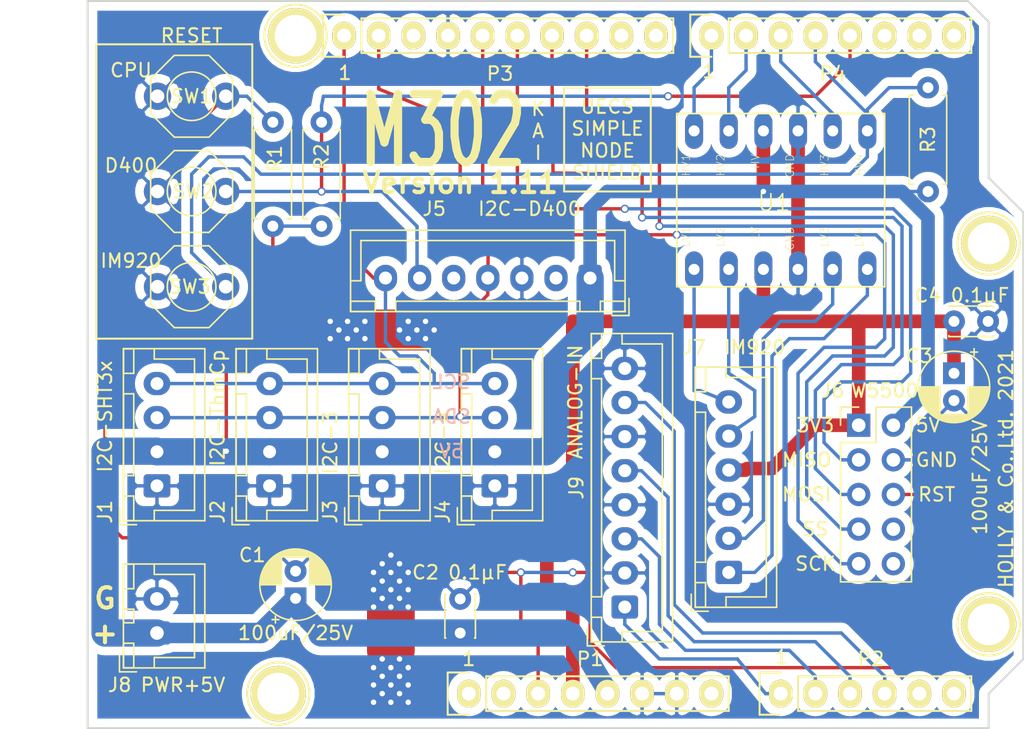
<source format=kicad_pcb>
(kicad_pcb (version 20240108) (generator "pcbnew") (generator_version "8.0")
  (title_block (date "lun. 30 mars 2015"))
  (layers (0 "F.Cu" signal) (31 "B.Cu" signal) (34 "B.Paste" user) (35 "F.Paste" user) (36 "B.SilkS" user "B.Silkscreen") (37 "F.SilkS" user "F.Silkscreen") (38 "B.Mask" user) (39 "F.Mask" user) (44 "Edge.Cuts" user))
  (net 0 "")
  (net 1 "/IOREF")
  (net 2 "/Reset")
  (net 3 "+5V")
  (net 4 "GND")
  (net 5 "/AREF")
  (net 6 "/A4(SDA)")
  (net 7 "/A5(SCL)")
  (net 8 "/9(**)")
  (net 9 "/8")
  (net 10 "/7")
  (net 11 "/6(**)")
  (net 12 "/5(**)")
  (net 13 "/4")
  (net 14 "/3(**)")
  (net 15 "/2")
  (net 16 "/1(Tx)")
  (net 17 "/0(Rx)")
  (net 18 "Net-(P5-Pad1)")
  (net 19 "Net-(P6-Pad1)")
  (net 20 "Net-(P7-Pad1)")
  (net 21 "Net-(P8-Pad1)")
  (net 22 "/13(SCK)")
  (net 23 "/10(**/SS)")
  (net 24 "Net-(P1-Pad1)")
  (net 25 "+3V3")
  (net 26 "/12(MISO)")
  (net 27 "/11(**/MOSI)")
  (net 28 "Net-(J5-Pad5)")
  (net 29 "Net-(J5-Pad2)")
  (net 30 "Net-(J7-Pad6)")
  (net 31 "Net-(J7-Pad5)")
  (net 32 "Net-(J7-Pad2)")
  (net 33 "Net-(J7-Pad1)")
  (net 34 "Net-(J6-Pad10)")
  (net 35 "Net-(J6-Pad8)")
  (net 36 "Net-(P1-Pad8)")
  (net 37 "Net-(J9-Pad7)")
  (net 38 "Net-(J9-Pad5)")
  (net 39 "Net-(J9-Pad3)")
  (net 40 "Net-(J9-Pad1)")
  (net 41 "Net-(P2-Pad5)")
  (net 42 "Net-(P2-Pad6)")
  (footprint "Socket_Arduino_Uno:Socket_Strip_Arduino_1x08" (layer "F.Cu") (at 138.938 123.825)
    (property "Reference" "P1")
    (property "Value" "Power")
  )
  (footprint "Socket_Arduino_Uno:Socket_Strip_Arduino_1x06" (layer "F.Cu") (at 161.798 123.825)
    (property "Reference" "P2")
    (property "Value" "Analog")
  )
  (footprint "Socket_Arduino_Uno:Socket_Strip_Arduino_1x10" (layer "F.Cu") (at 129.794 75.565)
    (property "Reference" "P3")
    (property "Value" "Digital")
  )
  (footprint "Socket_Arduino_Uno:Socket_Strip_Arduino_1x08" (layer "F.Cu") (at 156.718 75.565)
    (property "Reference" "P4")
    (property "Value" "Digital")
  )
  (footprint "Socket_Arduino_Uno:Arduino_1pin" (layer "F.Cu") (at 124.968 123.825)
    (property "Reference" "P5" (hide yes))
    (property "Value" "CONN_01X01" (hide yes))
  )
  (footprint "Socket_Arduino_Uno:Arduino_1pin" (layer "F.Cu") (at 177.038 118.745)
    (property "Reference" "P6" (hide yes))
    (property "Value" "CONN_01X01" (hide yes))
  )
  (footprint "Socket_Arduino_Uno:Arduino_1pin" (layer "F.Cu") (at 126.238 75.565)
    (property "Reference" "P7" (hide yes))
    (property "Value" "CONN_01X01" (hide yes))
  )
  (footprint "Socket_Arduino_Uno:Arduino_1pin" (layer "F.Cu") (at 177.038 90.805)
    (property "Reference" "P8" (hide yes))
    (property "Value" "CONN_01X01" (hide yes))
  )
  (footprint "Connector_JST:JST_XH_B4B-XH-A_1x04_P2.50mm_Vertical" (layer "F.Cu") (at 116.078 108.585 90)
    (property "Reference" "J1")
    (property "Value" "I2C-SHT3x")
  )
  (footprint "Connector_JST:JST_XH_B4B-XH-A_1x04_P2.50mm_Vertical" (layer "F.Cu") (at 124.333 108.585 90)
    (property "Reference" "J2")
    (property "Value" "I2C-ThmCp")
  )
  (footprint "Connector_JST:JST_XH_B4B-XH-A_1x04_P2.50mm_Vertical" (layer "F.Cu") (at 132.588 108.585 90)
    (property "Reference" "J3")
    (property "Value" "I2C-3")
  )
  (footprint "Connector_JST:JST_XH_B4B-XH-A_1x04_P2.50mm_Vertical" (layer "F.Cu") (at 140.843 108.585 90)
    (property "Reference" "J4")
    (property "Value" "I2C-4")
  )
  (footprint "HOLLY:TVDT18-050" (layer "F.Cu") (at 118.618 86.995)
    (property "Reference" "SW2")
    (property "Value" "D400")
  )
  (footprint "Connector_JST:JST_XH_B7B-XH-A_1x07_P2.50mm_Vertical" (layer "F.Cu") (at 147.828 93.345 180)
    (property "Reference" "J5")
    (property "Value" "I2C-D400")
  )
  (footprint "HOLLY:TVDT18-050" (layer "F.Cu") (at 118.618 80.01)
    (property "Reference" "SW1")
    (property "Value" "CPU")
  )
  (footprint "Connector_PinHeader_2.54mm:PinHeader_2x05_P2.54mm_Vertical" (layer "F.Cu") (at 167.513 104.14)
    (property "Reference" "J6")
    (property "Value" "W5500")
  )
  (footprint "Connector_JST:JST_XH_B6B-XH-A_1x06_P2.50mm_Vertical" (layer "F.Cu") (at 157.988 114.935 90)
    (property "Reference" "J7")
    (property "Value" "IM920")
  )
  (footprint "Capacitor_THT:CP_Radial_D5.0mm_P2.00mm" (layer "F.Cu") (at 126.238 116.84 90)
    (property "Reference" "C1")
    (property "Value" "100uF/25V")
  )
  (footprint "Connector_JST:JST_XH_B2B-XH-A_1x02_P2.50mm_Vertical" (layer "F.Cu") (at 116.078 119.38 90)
    (property "Reference" "J8")
    (property "Value" "PWR+5V")
  )
  (footprint "HOLLY:SFE-BOB-12009" (layer "F.Cu") (at 161.798 87.63 -90)
    (property "Reference" "U1")
    (property "Value" "SFE-BOB-12009")
  )
  (footprint "HOLLY:TVDT18-050" (layer "F.Cu") (at 118.618 93.98 180)
    (property "Reference" "SW3")
    (property "Value" "IM920")
  )
  (footprint "Connector_JST:JST_XH_B8B-XH-A_1x08_P2.50mm_Vertical" (layer "F.Cu") (at 150.368 117.475 90)
    (property "Reference" "J9")
    (property "Value" "ANALOG-IN")
  )
  (footprint "Resistor_THT:R_Axial_DIN0207_L6.3mm_D2.5mm_P7.62mm_Horizontal" (layer "F.Cu") (at 172.593 79.375 -90)
    (property "Reference" "R3")
    (property "Value" "10k")
  )
  (footprint "Resistor_THT:R_Axial_DIN0207_L6.3mm_D2.5mm_P7.62mm_Horizontal" (layer "F.Cu") (at 124.571835 89.535 90)
    (property "Reference" "R1")
    (property "Value" "10k")
  )
  (footprint "Resistor_THT:R_Axial_DIN0207_L6.3mm_D2.5mm_P7.62mm_Horizontal" (layer "F.Cu") (at 128.143 89.535 90)
    (property "Reference" "R2")
    (property "Value" "10k")
  )
  (footprint "Capacitor_THT:C_Disc_D3.0mm_W2.0mm_P2.50mm" (layer "F.Cu") (at 138.303 119.38 90)
    (property "Reference" "C2")
    (property "Value" "0.1μF")
  )
  (footprint "Capacitor_THT:CP_Radial_D5.0mm_P2.00mm" (layer "F.Cu") (at 174.498 100.33 -90)
    (property "Reference" "C3")
    (property "Value" "100uF/25V")
  )
  (footprint "Capacitor_THT:C_Disc_D3.0mm_W2.0mm_P2.50mm" (layer "F.Cu") (at 174.498 96.52)
    (property "Reference" "C4")
    (property "Value" "0.1μF")
  )
  (gr_line (start 111.633 97.79) (end 111.633 76.2) (stroke (width 0.15)) (layer "F.SilkS"))
  (gr_line (start 145.923 86.995) (end 145.923 79.375) (stroke (width 0.15)) (layer "F.SilkS"))
  (gr_line (start 152.273 86.995) (end 145.923 86.995) (stroke (width 0.15)) (layer "F.SilkS"))
  (gr_line (start 123.063 76.2) (end 123.063 97.79) (stroke (width 0.15)) (layer "F.SilkS"))
  (gr_line (start 123.063 97.79) (end 111.633 97.79) (stroke (width 0.15)) (layer "F.SilkS"))
  (gr_line (start 111.633 76.2) (end 123.063 76.2) (stroke (width 0.15)) (layer "F.SilkS"))
  (gr_line (start 152.273 79.375) (end 152.273 86.995) (stroke (width 0.15)) (layer "F.SilkS"))
  (gr_line (start 145.923 79.375) (end 152.273 79.375) (stroke (width 0.15)) (layer "F.SilkS"))
  (gr_line (start 110.998 73.025) (end 110.998 126.365) (stroke (width 0.15)) (layer "Edge.Cuts"))
  (gr_line (start 177.038 123.825) (end 179.578 121.285) (stroke (width 0.15)) (layer "Edge.Cuts"))
  (gr_line (start 177.038 74.549) (end 175.514 73.025) (stroke (width 0.15)) (layer "Edge.Cuts"))
  (gr_line (start 175.514 73.025) (end 110.998 73.025) (stroke (width 0.15)) (layer "Edge.Cuts"))
  (gr_line (start 179.578 88.519) (end 177.038 85.979) (stroke (width 0.15)) (layer "Edge.Cuts"))
  (gr_line (start 179.578 121.285) (end 179.578 88.519) (stroke (width 0.15)) (layer "Edge.Cuts"))
  (gr_line (start 110.998 126.365) (end 177.038 126.365) (stroke (width 0.15)) (layer "Edge.Cuts"))
  (gr_line (start 177.038 126.365) (end 177.038 123.825) (stroke (width 0.15)) (layer "Edge.Cuts"))
  (gr_line (start 177.038 85.979) (end 177.038 74.549) (stroke (width 0.15)) (layer "Edge.Cuts"))
  (gr_text "5V" (at 137.668 106.045 0) (layer "B.SilkS") (effects (font (size 1 1)) (justify mirror)))
  (gr_text "SCL" (at 137.668 100.965 0) (layer "B.SilkS") (effects (font (size 1 1)) (justify mirror)))
  (gr_text "SDA" (at 137.668 103.505 0) (layer "B.SilkS") (effects (font (size 1 1)) (justify mirror)))
  (gr_text "1" (at 161.8615 121.158 0) (layer "F.SilkS") (effects (font (size 1 1))))
  (gr_text "1" (at 156.5275 78.1685 0) (layer "F.SilkS") (effects (font (size 1 1))))
  (gr_text "1" (at 129.8575 78.2955 0) (layer "F.SilkS") (effects (font (size 1 1))))
  (gr_text "K\nA\nI" (at 144.018 82.55 0) (layer "F.SilkS") (effects (font (size 1 1))))
  (gr_text "GND" (at 173.228 106.68 0) (layer "F.SilkS") (effects (font (size 1 1))))
  (gr_text "RST" (at 173.228 109.22 0) (layer "F.SilkS") (effects (font (size 1 1))))
  (gr_text "M302" (at 137.033 82.55 0) (layer "F.SilkS") (effects (font (size 5 3) (thickness 0.6))))
  (gr_text "MOSI" (at 163.703 109.22 0) (layer "F.SilkS") (effects (font (size 1 1))))
  (gr_text "MISO" (at 163.703 106.68 0) (layer "F.SilkS") (effects (font (size 1 1))))
  (gr_text "Version 1.11" (at 138.303 86.36 0) (layer "F.SilkS") (effects (font (size 1.5 1.5) (thickness 0.3))))
  (gr_text "G" (at 112.268 116.84 0) (layer "F.SilkS") (effects (font (size 1.5 1.5) (thickness 0.3))))
  (gr_text "3V3" (at 164.338 104.14 0) (layer "F.SilkS") (effects (font (size 1 1))))
  (gr_text "HOLLY & Co.,Ltd. 2021" (at 178.308 107.315 90) (layer "F.SilkS") (effects (font (size 1 1))))
  (gr_text "SS" (at 164.338 111.76 0) (layer "F.SilkS") (effects (font (size 1 1))))
  (gr_text "5V" (at 172.593 104.14 0) (layer "F.SilkS") (effects (font (size 1 1))))
  (gr_text "+" (at 112.268 119.38 0) (layer "F.SilkS") (effects (font (size 1.5 1.5) (thickness 0.3))))
  (gr_text "RESET" (at 118.618 75.565 0) (layer "F.SilkS") (effects (font (size 1 1))))
  (gr_text "UECS\nSIMPLE\nNODE\nSHIELD" (at 149.098 83.185 0) (layer "F.SilkS") (effects (font (size 1 1))))
  (gr_text "SCK" (at 164.338 114.3 0) (layer "F.SilkS") (effects (font (size 1 1))))
  (gr_text "1" (at 138.938 121.285 0) (layer "F.SilkS") (effects (font (size 1 1))))
  (segment (start 142.748 114.935) (end 142.748 114.935) (width 0.25) (layer "F.Cu") (net 2))
  (segment (start 112.268 85.725) (end 114.808 83.185) (width 0.25) (layer "F.Cu") (net 2))
  (segment (start 112.268 111.125) (end 112.268 85.725) (width 0.25) (layer "F.Cu") (net 2))
  (segment (start 149.733 121.92) (end 171.323 121.92) (width 0.25) (layer "F.Cu") (net 2))
  (segment (start 147.828 114.935) (end 147.828 120.015) (width 0.25) (layer "F.Cu") (net 2))
  (segment (start 142.748 118.745) (end 142.748 114.935) (width 0.25) (layer "F.Cu") (net 2))
  (segment (start 139.573 112.395) (end 113.538 112.395) (width 0.25) (layer "F.Cu") (net 2))
  (segment (start 146.558 114.935) (end 147.828 114.935) (width 0.25) (layer "F.Cu") (net 2))
  (segment (start 171.958 109.22) (end 170.053 109.22) (width 0.25) (layer "F.Cu") (net 2))
  (segment (start 113.538 112.395) (end 112.268 111.125) (width 0.25) (layer "F.Cu") (net 2))
  (segment (start 144.018 123.825) (end 144.018 119.38) (width 0.25) (layer "F.Cu") (net 2))
  (segment (start 142.748 114.935) (end 140.208 114.935) (width 0.25) (layer "F.Cu") (net 2))
  (segment (start 114.808 83.185) (end 117.943 83.185) (width 0.25) (layer "F.Cu") (net 2))
  (segment (start 147.828 120.015) (end 149.733 121.92) (width 0.25) (layer "F.Cu") (net 2))
  (segment (start 173.228 120.015) (end 173.228 110.49) (width 0.25) (layer "F.Cu") (net 2))
  (segment (start 117.943 83.185) (end 121.118 80.01) (width 0.25) (layer "F.Cu") (net 2))
  (segment (start 144.018 119.38) (end 142.748 118.745) (width 0.25) (layer "F.Cu") (net 2))
  (segment (start 173.228 110.49) (end 171.958 109.22) (width 0.25) (layer "F.Cu") (net 2))
  (segment (start 140.208 114.935) (end 139.573 112.395) (width 0.25) (layer "F.Cu") (net 2))
  (segment (start 171.323 121.92) (end 173.228 120.015) (width 0.25) (layer "F.Cu") (net 2))
  (via (at 146.558 114.935) (size 0.6) (drill 0.4) (layers "F.Cu" "B.Cu") (net 2))
  (via (at 142.748 114.935) (size 0.6) (drill 0.4) (layers "F.Cu" "B.Cu") (net 2))
  (segment (start 146.558 114.935) (end 146.558 114.935) (width 0.25) (layer "B.Cu") (net 2))
  (segment (start 142.748 114.935) (end 146.558 114.935) (width 0.25) (layer "B.Cu") (net 2))
  (segment (start 122.666835 80.01) (end 124.571835 81.915) (width 0.25) (layer "B.Cu") (net 2))
  (segment (start 121.118 80.01) (end 122.666835 80.01) (width 0.25) (layer "B.Cu") (net 2))
  (segment (start 160.528 86.995) (end 160.528 86.995) (width 0.5) (layer "F.Cu") (net 3))
  (segment (start 121.158 106.045) (end 121.158 106.045) (width 0.25) (layer "F.Cu") (net 3))
  (segment (start 124.571835 95.011165) (end 121.158 98.425) (width 0.25) (layer "F.Cu") (net 3))
  (segment (start 121.158 98.425) (end 121.158 106.045) (width 0.25) (layer "F.Cu") (net 3))
  (segment (start 124.571835 89.535) (end 124.571835 95.011165) (width 0.25) (layer "F.Cu") (net 3))
  (segment (start 160.528 82.55) (end 160.528 86.995) (width 1) (layer "F.Cu") (net 3))
  (via (at 160.528 86.995) (size 0.6) (drill 0.4) (layers "F.Cu" "B.Cu") (net 3))
  (via (at 121.158 106.045) (size 0.6) (drill 0.4) (layers "F.Cu" "B.Cu") (net 3))
  (segment (start 116.078 106.085) (end 124.333 106.085) (width 2) (layer "B.Cu") (net 3))
  (segment (start 126.238 116.84) (end 126.238 117.475) (width 1.5) (layer "B.Cu") (net 3))
  (segment (start 145.288 105.41) (end 145.288 99.695) (width 2) (layer "B.Cu") (net 3))
  (segment (start 170.688 86.995) (end 172.593 88.9) (width 1) (layer "B.Cu") (net 3))
  (segment (start 125.703205 89.535) (end 127.508 89.535) (width 0.25) (layer "B.Cu") (net 3))
  (segment (start 136.398 106.085) (end 140.843 106.085) (width 2) (layer "B.Cu") (net 3))
  (segment (start 172.593 86.995) (end 170.688 86.995) (width 0.25) (layer "B.Cu") (net 3))
  (segment (start 172.593 101.6) (end 170.053 104.14) (width 1) (layer "B.Cu") (net 3))
  (segment (start 147.828 93.345) (end 147.828 88.265) (width 1) (layer "B.Cu") (net 3))
  (segment (start 126.238 117.475) (end 126.873 118.11) (width 1.5) (layer "B.Cu") (net 3))
  (segment (start 126.873 118.11) (end 128.143 119.38) (width 1.5) (layer "B.Cu") (net 3))
  (segment (start 145.288 99.695) (end 147.828 97.155) (width 2) (layer "B.Cu") (net 3))
  (segment (start 116.078 119.38) (end 123.698 119.38) (width 1.5) (layer "B.Cu") (net 3))
  (segment (start 149.098 86.995) (end 170.688 86.995) (width 1) (layer "B.Cu") (net 3))
  (segment (start 116.038 106.045) (end 116.078 106.085) (width 2) (layer "B.Cu") (net 3))
  (segment (start 124.333 106.085) (end 136.398 106.085) (width 2) (layer "B.Cu") (net 3))
  (segment (start 116.078 119.38) (end 112.27301 119.38) (width 2) (layer "B.Cu") (net 3))
  (segment (start 124.571835 89.535) (end 125.703205 89.535) (width 0.25) (layer "B.Cu") (net 3))
  (segment (start 146.558 119.38) (end 149.098 123.647769) (width 1.5) (layer "B.Cu") (net 3))
  (segment (start 123.698 119.38) (end 126.238 116.84) (width 1.5) (layer "B.Cu") (net 3))
  (segment (start 147.828 88.265) (end 149.098 86.995) (width 1) (layer "B.Cu") (net 3))
  (segment (start 128.143 119.38) (end 145.923 119.38) (width 2) (layer "B.Cu") (net 3))
  (segment (start 149.098 123.647769) (end 149.098 123.825) (width 1.5) (layer "B.Cu") (net 3))
  (segment (start 144.613 106.085) (end 145.288 105.41) (width 2) (layer "B.Cu") (net 3))
  (segment (start 112.27301 119.38) (end 112.27301 106.045) (width 2) (layer "B.Cu") (net 3))
  (segment (start 136.398 106.085) (end 137.628 106.085) (width 0.5) (layer "B.Cu") (net 3))
  (segment (start 140.843 106.085) (end 144.613 106.085) (width 2) (layer "B.Cu") (net 3))
  (segment (start 112.27301 106.045) (end 116.038 106.045) (width 2) (layer "B.Cu") (net 3))
  (segment (start 147.828 97.155) (end 147.828 93.345) (width 2) (layer "B.Cu") (net 3))
  (segment (start 172.593 88.9) (end 172.593 101.6) (width 1) (layer "B.Cu") (net 3))
  (segment (start 129.413 97.155) (end 135.763 97.155) (width 3) (layer "F.Cu") (net 4))
  (segment (start 135.763 97.155) (end 135.763 97.155) (width 0.25) (layer "F.Cu") (net 4))
  (segment (start 133.223 114.935) (end 133.223 120.65) (width 3.5) (layer "F.Cu") (net 4))
  (segment (start 133.223 121.92) (end 133.223 121.92) (width 3) (layer "F.Cu") (net 4))
  (segment (start 133.223 121.92) (end 133.223 121.92) (width 3) (layer "F.Cu") (net 4))
  (segment (start 133.223 121.92) (end 133.223 123.825) (width 3.5) (layer "F.Cu") (net 4))
  (segment (start 129.413 97.155) (end 129.413 97.155) (width 0.25) (layer "F.Cu") (net 4))
  (segment (start 163.068 82.55) (end 163.068 92.71) (width 1) (layer "F.Cu") (net 4))
  (segment (start 133.223 116.205) (end 133.223 116.205) (width 3) (layer "F.Cu") (net 4))
  (via (at 130.683 97.155) (size 0.6) (drill 0.4) (layers "F.Cu" "B.Cu") (net 4))
  (via (at 135.128 97.155) (size 0.6) (drill 0.4) (layers "F.Cu" "B.Cu") (net 4))
  (via (at 133.858 115.57) (size 0.6) (drill 0.4) (layers "F.Cu" "B.Cu") (net 4))
  (via (at 133.858 116.84) (size 0.6) (drill 0.4) (layers "F.Cu" "B.Cu") (net 4))
  (via (at 132.588 116.84) (size 0.6) (drill 0.4) (layers "F.Cu" "B.Cu") (net 4))
  (via (at 132.588 115.57) (size 0.6) (drill 0.4) (layers "F.Cu" "B.Cu") (net 4))
  (via (at 133.223 117.475) (size 0.6) (drill 0.4) (layers "F.Cu" "B.Cu") (net 4))
  (via (at 133.223 114.935) (size 0.6) (drill 0.4) (layers "F.Cu" "B.Cu") (net 4))
  (via (at 133.858 121.285) (size 0.6) (drill 0.4) (layers "F.Cu" "B.Cu") (net 4))
  (via (at 132.588 121.285) (size 0.6) (drill 0.4) (layers "F.Cu" "B.Cu") (net 4))
  (via (at 131.953 121.92) (size 0.6) (drill 0.4) (layers "F.Cu" "B.Cu") (net 4))
  (via (at 134.493 121.92) (size 0.6) (drill 0.4) (layers "F.Cu" "B.Cu") (net 4))
  (via (at 133.858 122.555) (size 0.6) (drill 0.4) (layers "F.Cu" "B.Cu") (net 4))
  (via (at 132.588 122.555) (size 0.6) (drill 0.4) (layers "F.Cu" "B.Cu") (net 4))
  (via (at 131.953 123.19) (size 0.6) (drill 0.4) (layers "F.Cu" "B.Cu") (net 4))
  (via (at 133.223 123.19) (size 0.6) (drill 0.4) (layers "F.Cu" "B.Cu") (net 4))
  (via (at 134.493 123.19) (size 0.6) (drill 0.4) (layers "F.Cu" "B.Cu") (net 4))
  (via (at 133.858 123.825) (size 0.6) (drill 0.4) (layers "F.Cu" "B.Cu") (net 4))
  (via (at 132.588 123.825) (size 0.6) (drill 0.4) (layers "F.Cu" "B.Cu") (net 4))
  (via (at 133.223 124.46) (size 0.6) (drill 0.4) (layers "F.Cu" "B.Cu") (net 4))
  (via (at 134.493 124.46) (size 0.6) (drill 0.4) (layers "F.Cu" "B.Cu") (net 4))
  (via (at 131.953 124.46) (size 0.6) (drill 0.4) (layers "F.Cu" "B.Cu") (net 4))
  (via (at 131.953 116.205) (size 0.6) (drill 0.4) (layers "F.Cu" "B.Cu") (net 4))
  (via (at 134.493 116.205) (size 0.6) (drill 0.4) (layers "F.Cu" "B.Cu") (net 4))
  (via (at 134.493 117.475) (size 0.6) (drill 0.4) (layers "F.Cu" "B.Cu") (net 4))
  (via (at 131.953 117.475) (size 0.6) (drill 0.4) (layers "F.Cu" "B.Cu") (net 4))
  (via (at 132.588 114.3) (size 0.6) (drill 0.4) (layers "F.Cu" "B.Cu") (net 4))
  (via (at 133.858 114.3) (size 0.6) (drill 0.4) (layers "F.Cu" "B.Cu") (net 4))
  (via (at 134.493 114.935) (size 0.6) (drill 0.4) (layers "F.Cu" "B.Cu") (net 4))
  (via (at 131.953 114.935) (size 0.6) (drill 0.4) (layers "F.Cu" "B.Cu") (net 4))
  (via (at 133.223 113.665) (size 0.6) (drill 0.4) (layers "F.Cu" "B.Cu") (net 4))
  (via (at 130.048 96.52) (size 0.6) (drill 0.4) (layers "F.Cu" "B.Cu") (net 4))
  (via (at 131.318 96.52) (size 0.6) (drill 0.4) (layers "F.Cu" "B.Cu") (net 4))
  (via (at 131.318 97.79) (size 0.6) (drill 0.4) (layers "F.Cu" "B.Cu") (net 4))
  (via (at 130.048 97.79) (size 0.6) (drill 0.4) (layers "F.Cu" "B.Cu") (net 4))
  (via (at 134.493 97.79) (size 0.6) (drill 0.4) (layers "F.Cu" "B.Cu") (net 4))
  (via (at 134.493 96.52) (size 0.6) (drill 0.4) (layers "F.Cu" "B.Cu") (net 4))
  (via (at 135.763 96.52) (size 0.6) (drill 0.4) (layers "F.Cu" "B.Cu") (net 4))
  (via (at 136.398 97.155) (size 0.6) (drill 0.4) (layers "F.Cu" "B.Cu") (net 4))
  (via (at 135.763 97.79) (size 0.6) (drill 0.4) (layers "F.Cu" "B.Cu") (net 4))
  (via (at 133.858 97.155) (size 0.6) (drill 0.4) (layers "F.Cu" "B.Cu") (net 4))
  (via (at 128.778 96.52) (size 0.6) (drill 0.4) (layers "F.Cu" "B.Cu") (net 4))
  (via (at 128.778 97.79) (size 0.6) (drill 0.4) (layers "F.Cu" "B.Cu") (net 4))
  (via (at 129.413 97.155) (size 0.6) (drill 0.4) (layers "F.Cu" "B.Cu") (net 4))
  (via (at 140.843 108.585) (size 0.6) (drill 0.4) (layers "F.Cu" "B.Cu") (net 4))
  (via (at 133.223 121.92) (size 0.6) (drill 0.4) (layers "F.Cu" "B.Cu") (net 4))
  (via (at 133.223 116.205) (size 0.6) (drill 0.4) (layers "F.Cu" "B.Cu") (net 4))
  (segment (start 138.303 103.505) (end 138.303 103.505) (width 0.25) (layer "F.Cu") (net 6))
  (segment (start 140.328 94.57) (end 139.648 95.25) (width 0.25) (layer "F.Cu") (net 6))
  (segment (start 140.366549 90.328549) (end 138.303 88.265) (width 0.25) (layer "F.Cu") (net 6))
  (segment (start 139.648 95.25) (end 139.648 96.445) (width 0.25) (layer "F.Cu") (net 6))
  (segment (start 132.334 79.4766) (end 132.334 79.375) (width 0.25) (layer "F.Cu") (net 6))
  (segment (start 138.303 81.915) (end 132.334 79.4766) (width 0.25) (layer "F.Cu") (net 6))
  (segment (start 138.303 88.265) (end 138.303 81.915) (width 0.25) (layer "F.Cu") (net 6))
  (segment (start 140.328 93.345) (end 140.328 94.57) (width 0.25) (layer "F.Cu") (net 6))
  (segment (start 132.334 79.375) (end 132.334 75.565) (width 0.25) (layer "F.Cu") (net 6))
  (segment (start 138.303 97.79) (end 138.303 103.505) (width 0.25) (layer "F.Cu") (net 6))
  (segment (start 140.328 93.345) (end 140.366549 90.805) (width 0.25) (layer "F.Cu") (net 6))
  (segment (start 139.648 96.445) (end 138.303 97.79) (width 0.25) (layer "F.Cu") (net 6))
  (segment (start 140.366549 90.805) (end 140.366549 90.328549) (width 0.25) (layer "F.Cu") (net 6))
  (via (at 138.303 103.505) (size 0.6) (drill 0.4) (layers "F.Cu" "B.Cu") (net 6))
  (segment (start 116.078 103.585) (end 136.398 103.585) (width 0.25) (layer "B.Cu") (net 6))
  (segment (start 136.398 103.585) (end 140.843 103.585) (width 0.25) (layer "B.Cu") (net 6))
  (segment (start 129.794 75.565) (end 129.794 91.186) (width 0.25) (layer "F.Cu") (net 7))
  (segment (start 129.794 91.186) (end 131.953 93.345) (width 0.25) (layer "F.Cu") (net 7))
  (segment (start 131.953 93.345) (end 132.828 93.345) (width 0.25) (layer "F.Cu") (net 7))
  (segment (start 136.398 100.33) (end 135.128 99.06) (width 0.25) (layer "B.Cu") (net 7))
  (segment (start 133.858 99.06) (end 132.828 98.03) (width 0.25) (layer "B.Cu") (net 7))
  (segment (start 126.238 101.085) (end 136.398 101.085) (width 0.25) (layer "B.Cu") (net 7))
  (segment (start 136.398 101.085) (end 140.843 101.085) (width 0.25) (layer "B.Cu") (net 7))
  (segment (start 132.828 98.03) (end 132.828 93.345) (width 0.25) (layer "B.Cu") (net 7))
  (segment (start 136.398 101.085) (end 136.398 100.33) (width 0.25) (layer "B.Cu") (net 7))
  (segment (start 135.128 99.06) (end 133.858 99.06) (width 0.25) (layer "B.Cu") (net 7))
  (segment (start 116.078 101.085) (end 126.238 101.085) (width 0.25) (layer "B.Cu") (net 7))
  (segment (start 156.718 78.105) (end 156.718 75.565) (width 0.25) (layer "B.Cu") (net 10))
  (segment (start 155.448 79.375) (end 156.718 78.105) (width 0.25) (layer "B.Cu") (net 10))
  (segment (start 155.448 82.55) (end 155.448 79.375) (width 0.25) (layer "B.Cu") (net 10))
  (segment (start 157.988 79.375) (end 159.258 78.105) (width 0.25) (layer "B.Cu") (net 11))
  (segment (start 157.988 82.55) (end 157.988 79.375) (width 0.25) (layer "B.Cu") (net 11))
  (segment (start 159.258 78.105) (end 159.258 75.565) (width 0.25) (layer "B.Cu") (net 11))
  (segment (start 165.608 82.55) (end 165.608 81.28) (width 0.25) (layer "B.Cu") (net 12))
  (segment (start 165.608 81.28) (end 161.798 77.47) (width 0.25) (layer "B.Cu") (net 12))
  (segment (start 161.798 77.47) (end 161.798 75.565) (width 0.25) (layer "B.Cu") (net 12))
  (segment (start 168.148 82.55) (end 168.148 81.28) (width 0.25) (layer "B.Cu") (net 13))
  (segment (start 118.618 85.725) (end 119.888 84.455) (width 0.25) (layer "B.Cu") (net 13))
  (segment (start 119.888 84.455) (end 122.428 84.455) (width 0.25) (layer "B.Cu") (net 13))
  (segment (start 121.118 93.98) (end 118.618 91.48) (width 0.25) (layer "B.Cu") (net 13))
  (segment (start 122.428 84.455) (end 123.698 85.725) (width 0.25) (layer "B.Cu") (net 13))
  (segment (start 171.46163 79.375) (end 172.593 79.375) (width 0.25) (layer "B.Cu") (net 13))
  (segment (start 166.878 85.725) (end 168.148 84.455) (width 0.25) (layer "B.Cu") (net 13))
  (segment (start 168.148 81.28) (end 164.338 77.47) (width 0.25) (layer "B.Cu") (net 13))
  (segment (start 118.618 91.48) (end 118.618 85.725) (width 0.25) (layer "B.Cu") (net 13))
  (segment (start 168.148 84.455) (end 168.148 82.55) (width 0.25) (layer "B.Cu") (net 13))
  (segment (start 164.338 77.47) (end 164.338 75.565) (width 0.25) (layer "B.Cu") (net 13))
  (segment (start 168.148 82.55) (end 168.148 80.9792) (width 0.25) (layer "B.Cu") (net 13))
  (segment (start 168.148 80.9792) (end 169.7522 79.375) (width 0.25) (layer "B.Cu") (net 13))
  (segment (start 169.7522 79.375) (end 171.46163 79.375) (width 0.25) (layer "B.Cu") (net 13))
  (segment (start 123.698 85.725) (end 166.878 85.725) (width 0.25) (layer "B.Cu") (net 13))
  (segment (start 153.543 80.01) (end 164.338 80.01) (width 0.25) (layer "F.Cu") (net 14))
  (segment (start 166.878 77.47) (end 166.878 75.565) (width 0.25) (layer "F.Cu") (net 14))
  (segment (start 128.143 81.915) (end 128.143 86.995) (width 0.25) (layer "F.Cu") (net 14))
  (segment (start 164.338 80.01) (end 166.878 77.47) (width 0.25) (layer "F.Cu") (net 14))
  (via (at 153.543 80.01) (size 0.6) (drill 0.4) (layers "F.Cu" "B.Cu") (net 14))
  (via (at 128.143 86.995) (size 0.6) (drill 0.4) (layers "F.Cu" "B.Cu") (net 14))
  (segment (start 153.543 80.01) (end 153.543 80.01) (width 0.25) (layer "B.Cu") (net 14))
  (segment (start 135.1416 92.89499) (end 135.009795 93.026795) (width 0.25) (layer "B.Cu") (net 14))
  (segment (start 128.143 81.915) (end 128.143 80.714315) (width 0.25) (layer "B.Cu") (net 14))
  (segment (start 128.28163 80.01) (end 153.543 80.01) (width 0.25) (layer "B.Cu") (net 14))
  (segment (start 132.588 86.995) (end 135.1416 89.5486) (width 0.25) (layer "B.Cu") (net 14))
  (segment (start 128.143 80.714315) (end 128.28163 80.01) (width 0.25) (layer "B.Cu") (net 14))
  (segment (start 135.1416 89.5486) (end 135.1416 92.89499) (width 0.25) (layer "B.Cu") (net 14))
  (segment (start 121.118 86.995) (end 132.588 86.995) (width 0.25) (layer "B.Cu") (net 14))
  (segment (start 141.478 89.789) (end 139.954 88.265) (width 0.25) (layer "F.Cu") (net 22))
  (segment (start 154.178 90.17) (end 141.478 90.17) (width 0.25) (layer "F.Cu") (net 22))
  (segment (start 139.954 88.265) (end 139.954 75.565) (width 0.25) (layer "F.Cu") (net 22))
  (segment (start 141.478 90.17) (end 141.478 89.789) (width 0.25) (layer "F.Cu") (net 22))
  (via (at 154.178 90.17) (size 0.6) (drill 0.4) (layers "F.Cu" "B.Cu") (net 22))
  (segment (start 166.243 114.3) (end 167.513 114.3) (width 0.25) (layer "B.Cu") (net 22))
  (segment (start 169.418 97.79) (end 168.783 98.425) (width 0.25) (layer "B.Cu") (net 22))
  (segment (start 169.418 90.805) (end 169.418 97.79) (width 0.25) (layer "B.Cu") (net 22))
  (segment (start 163.068 100.33) (end 163.068 111.125) (width 0.25) (layer "B.Cu") (net 22))
  (segment (start 168.783 98.425) (end 164.973 98.425) (width 0.25) (layer "B.Cu") (net 22))
  (segment (start 163.068 111.125) (end 166.243 114.3) (width 0.25) (layer "B.Cu") (net 22))
  (segment (start 168.783 90.17) (end 169.418 90.805) (width 0.25) (layer "B.Cu") (net 22))
  (segment (start 164.973 98.425) (end 163.068 100.33) (width 0.25) (layer "B.Cu") (net 22))
  (segment (start 154.178 90.17) (end 168.783 90.17) (width 0.25) (layer "B.Cu") (net 22))
  (segment (start 152.908 89.535) (end 152.908 89.535) (width 0.25) (layer "F.Cu") (net 23))
  (segment (start 147.574 75.565) (end 147.574 84.074) (width 0.25) (layer "F.Cu") (net 23))
  (segment (start 152.908 84.074) (end 147.574 84.074) (width 0.25) (layer "F.Cu") (net 23))
  (segment (start 152.908 84.074) (end 152.908 89.535) (width 0.25) (layer "F.Cu") (net 23))
  (via (at 152.908 89.535) (size 0.6) (drill 0.4) (layers "F.Cu" "B.Cu") (net 23))
  (segment (start 170.053 90.17) (end 169.418 89.535) (width 0.25) (layer "B.Cu") (net 23))
  (segment (start 169.418 99.06) (end 170.053 98.425) (width 0.25) (layer "B.Cu") (net 23))
  (segment (start 170.053 98.425) (end 170.053 90.17) (width 0.25) (layer "B.Cu") (net 23))
  (segment (start 167.513 111.76) (end 166.243 111.76) (width 0.25) (layer "B.Cu") (net 23))
  (segment (start 165.608 99.06) (end 169.418 99.06) (width 0.25) (layer "B.Cu") (net 23))
  (segment (start 166.243 111.76) (end 163.703 109.22) (width 0.25) (layer "B.Cu") (net 23))
  (segment (start 169.418 89.535) (end 152.908 89.535) (width 0.25) (layer "B.Cu") (net 23))
  (segment (start 163.703 109.22) (end 163.703 100.965) (width 0.25) (layer "B.Cu") (net 23))
  (segment (start 163.703 100.965) (end 165.608 99.06) (width 0.25) (layer "B.Cu") (net 23))
  (segment (start 160.528 96.52) (end 167.513 96.52) (width 1) (layer "F.Cu") (net 25))
  (segment (start 167.513 102.235) (end 167.513 104.14) (width 1) (layer "F.Cu") (net 25))
  (segment (start 146.558 112.395) (end 145.288 112.395) (width 1) (layer "F.Cu") (net 25))
  (segment (start 146.558 116.84) (end 146.558 123.825) (width 1) (layer "F.Cu") (net 25))
  (segment (start 161.163 107.315) (end 164.338 104.14) (width 1) (layer "F.Cu") (net 25))
  (segment (start 145.288 112.395) (end 144.653 113.03) (width 1) (layer "F.Cu") (net 25))
  (segment (start 146.558 96.52) (end 160.528 96.52) (width 1) (layer "F.Cu") (net 25))
  (segment (start 157.988 107.435) (end 159.213 107.435) (width 1) (layer "F.Cu") (net 25))
  (segment (start 167.513 96.52) (end 167.513 102.235) (width 1) (layer "F.Cu") (net 25))
  (segment (start 164.338 104.14) (end 167.513 104.14) (width 1) (layer "F.Cu") (net 25))
  (segment (start 174.498 96.52) (end 174.498 100.33) (width 1) (layer "F.Cu") (net 25))
  (segment (start 160.528 92.71) (end 160.528 96.52) (width 1) (layer "F.Cu") (net 25))
  (segment (start 159.213 107.435) (end 159.333 107.315) (width 0.25) (layer "F.Cu") (net 25))
  (segment (start 145.288 116.84) (end 146.558 116.84) (width 1) (layer "F.Cu") (net 25))
  (segment (start 146.558 112.395) (end 146.558 96.52) (width 1) (layer "F.Cu") (net 25))
  (segment (start 167.513 96.52) (end 174.498 96.52) (width 1) (layer "F.Cu") (net 25))
  (segment (start 159.333 107.315) (end 161.163 107.315) (width 1) (layer "F.Cu") (net 25))
  (segment (start 144.653 113.03) (end 144.653 116.205) (width 1) (layer "F.Cu") (net 25))
  (segment (start 144.653 116.205) (end 145.288 116.84) (width 1) (layer "F.Cu") (net 25))
  (segment (start 142.494 88.265) (end 142.494 75.565) (width 0.25) (layer "F.Cu") (net 26))
  (segment (start 150.368 88.265) (end 142.748 88.265) (width 0.25) (layer "F.Cu") (net 26))
  (segment (start 142.494 88.265) (end 142.748 88.265) (width 0.25) (layer "F.Cu") (net 26))
  (via (at 150.368 88.265) (size 0.6) (drill 0.4) (layers "F.Cu" "B.Cu") (net 26))
  (segment (start 150.368 88.265) (end 150.368 88.265) (width 0.25) (layer "B.Cu") (net 26))
  (segment (start 166.243 106.68) (end 164.973 105.41) (width 0.25) (layer "B.Cu") (net 26))
  (segment (start 167.513 106.68) (end 166.243 106.68) (width 0.25) (layer "B.Cu") (net 26))
  (segment (start 170.688 100.965) (end 171.323 100.33) (width 0.25) (layer "B.Cu") (net 26))
  (segment (start 164.973 105.41) (end 164.973 102.235) (width 0.25) (layer "B.Cu") (net 26))
  (segment (start 166.243 100.965) (end 170.688 100.965) (width 0.25) (layer "B.Cu") (net 26))
  (segment (start 164.973 102.235) (end 166.243 100.965) (width 0.25) (layer "B.Cu") (net 26))
  (segment (start 170.053 88.265) (end 150.368 88.265) (width 0.25) (layer "B.Cu") (net 26))
  (segment (start 171.323 100.33) (end 171.323 89.535) (width 0.25) (layer "B.Cu") (net 26))
  (segment (start 171.323 89.535) (end 170.053 88.265) (width 0.25) (layer "B.Cu") (net 26))
  (segment (start 145.034 78.486) (end 145.034 75.565) (width 0.25) (layer "F.Cu") (net 27))
  (segment (start 145.107761 85.63989) (end 145.034 78.486) (width 0.25) (layer "F.Cu") (net 27))
  (segment (start 151.638 88.9) (end 151.638 85.725) (width 0.25) (layer "F.Cu") (net 27))
  (segment (start 151.638 85.725) (end 145.107761 85.63989) (width 0.25) (layer "F.Cu") (net 27))
  (via (at 151.638 88.9) (size 0.6) (drill 0.4) (layers "F.Cu" "B.Cu") (net 27))
  (segment (start 151.638 88.9) (end 151.638 88.9) (width 0.25) (layer "B.Cu") (net 27))
  (segment (start 170.688 99.06) (end 170.688 89.53641) (width 0.25) (layer "B.Cu") (net 27))
  (segment (start 166.243 109.22) (end 164.338 107.315) (width 0.25) (layer "B.Cu") (net 27))
  (segment (start 170.688 89.53641) (end 170.05159 88.9) (width 0.25) (layer "B.Cu") (net 27))
  (segment (start 164.338 101.6) (end 166.243 99.695) (width 0.25) (layer "B.Cu") (net 27))
  (segment (start 170.053 99.695) (end 170.688 99.06) (width 0.25) (layer "B.Cu") (net 27))
  (segment (start 168.783 99.695) (end 170.053 99.695) (width 0.25) (layer "B.Cu") (net 27))
  (segment (start 167.513 109.22) (end 166.243 109.22) (width 0.25) (layer "B.Cu") (net 27))
  (segment (start 164.338 107.315) (end 164.338 101.6) (width 0.25) (layer "B.Cu") (net 27))
  (segment (start 170.05159 88.9) (end 151.638 88.9) (width 0.25) (layer "B.Cu") (net 27))
  (segment (start 166.243 99.695) (end 168.783 99.695) (width 0.25) (layer "B.Cu") (net 27))
  (segment (start 155.883 101.6) (end 157.988 102.435) (width 0.25) (layer "B.Cu") (net 30))
  (segment (start 155.448 101.6) (end 155.883 101.6) (width 0.25) (layer "B.Cu") (net 30))
  (segment (start 155.448 92.71) (end 155.448 101.6) (width 0.25) (layer "B.Cu") (net 30))
  (segment (start 157.988 92.71) (end 157.988 100.33) (width 0.25) (layer "B.Cu") (net 31))
  (segment (start 159.893 101.6) (end 159.893 103.505) (width 0.25) (layer "B.Cu") (net 31))
  (segment (start 159.893 103.505) (end 157.828 104.935) (width 0.25) (layer "B.Cu") (net 31))
  (segment (start 157.988 100.33) (end 159.893 101.6) (width 0.25) (layer "B.Cu") (net 31))
  (segment (start 165.608 92.71) (end 165.608 95.25) (width 0.25) (layer "B.Cu") (net 32))
  (segment (start 159.218 112.435) (end 157.988 112.435) (width 0.25) (layer "B.Cu") (net 32))
  (segment (start 160.528 111.125) (end 159.218 112.435) (width 0.25) (layer "B.Cu") (net 32))
  (segment (start 160.528 97.79) (end 160.528 111.125) (width 0.25) (layer "B.Cu") (net 32))
  (segment (start 161.798 96.52) (end 160.528 97.79) (width 0.25) (layer "B.Cu") (net 32))
  (segment (start 164.338 96.52) (end 161.798 96.52) (width 0.25) (layer "B.Cu") (net 32))
  (segment (start 165.608 95.25) (end 164.338 96.52) (width 0.25) (layer "B.Cu") (net 32))
  (segment (start 159.893 114.935) (end 157.988 114.935) (width 0.25) (layer "B.Cu") (net 33))
  (segment (start 168.148 92.71) (end 168.148 94.615) (width 0.25) (layer "B.Cu") (net 33))
  (segment (start 164.973 97.79) (end 162.433 97.79) (width 0.25) (layer "B.Cu") (net 33))
  (segment (start 161.163 99.06) (end 161.163 113.665) (width 0.25) (layer "B.Cu") (net 33))
  (segment (start 162.433 97.79) (end 161.163 99.06) (width 0.25) (layer "B.Cu") (net 33))
  (segment (start 161.163 113.665) (end 159.893 114.935) (width 0.25) (layer "B.Cu") (net 33))
  (segment (start 168.148 94.615) (end 164.973 97.79) (width 0.25) (layer "B.Cu") (net 33))
  (segment (start 169.418 123.825) (end 169.418 122.559) (width 0.25) (layer "B.Cu") (net 37))
  (segment (start 153.99301 117.29001) (end 153.99301 104.59001) (width 0.25) (layer "B.Cu") (net 37))
  (segment (start 169.418 122.559) (end 166.239 119.38) (width 0.25) (layer "B.Cu") (net 37))
  (segment (start 156.083 119.38) (end 153.99301 117.29001) (width 0.25) (layer "B.Cu") (net 37))
  (segment (start 151.878 102.475) (end 150.368 102.475) (width 0.25) (layer "B.Cu") (net 37))
  (segment (start 166.239 119.38) (end 156.083 119.38) (width 0.25) (layer "B.Cu") (net 37))
  (segment (start 153.99301 104.59001) (end 151.878 102.475) (width 0.25) (layer "B.Cu") (net 37))
  (segment (start 166.878 122.559) (end 164.334 120.015) (width 0.25) (layer "B.Cu") (net 38))
  (segment (start 166.878 123.825) (end 166.878 122.559) (width 0.25) (layer "B.Cu") (net 38))
  (segment (start 153.543 118.11) (end 153.543 109.425) (width 0.25) (layer "B.Cu") (net 38))
  (segment (start 155.448 120.015) (end 153.543 118.11) (width 0.25) (layer "B.Cu") (net 38))
  (segment (start 151.593 107.475) (end 150.368 107.475) (width 0.25) (layer "B.Cu") (net 38))
  (segment (start 164.334 120.015) (end 155.448 120.015) (width 0.25) (layer "B.Cu") (net 38))
  (segment (start 153.543 109.425) (end 151.593 107.475) (width 0.25) (layer "B.Cu") (net 38))
  (segment (start 152.908 113.79) (end 151.593 112.475) (width 0.25) (layer "B.Cu") (net 39))
  (segment (start 151.593 112.475) (end 150.368 112.475) (width 0.25) (layer "B.Cu") (net 39))
  (segment (start 154.813 120.65) (end 152.908 118.745) (width 0.25) (layer "B.Cu") (net 39))
  (segment (start 164.338 122.559) (end 162.429 120.65) (width 0.25) (layer "B.Cu") (net 39))
  (segment (start 162.429 120.65) (end 154.813 120.65) (width 0.25) (layer "B.Cu") (net 39))
  (segment (start 152.908 118.745) (end 152.908 113.79) (width 0.25) (layer "B.Cu") (net 39))
  (segment (start 164.338 123.825) (end 164.338 122.559) (width 0.25) (layer "B.Cu") (net 39))
  (segment (start 150.368 118.745) (end 150.368 117.475) (width 0.25) (layer "B.Cu") (net 40))
  (segment (start 161.798 123.825) (end 160.6844 123.825) (width 0.25) (layer "B.Cu") (net 40))
  (segment (start 152.908 121.285) (end 150.368 118.745) (width 0.25) (layer "B.Cu") (net 40))
  (segment (start 158.623 121.285) (end 152.908 121.285) (width 0.25) (layer "B.Cu") (net 40))
  (segment (start 160.6844 123.825) (end 158.623 121.285) (width 0.25) (layer "B.Cu") (net 40))
  (zone (net 4) (net_name "GND") (layer "B.Cu") (connect_pads (clearance 0.508)) (min_thickness 0.254) (fill yes (thermal_gap 0.508) (thermal_bridge_width 0.508))
    (polygon (pts (xy 177.038 74.93) (xy 177.038 86.36) (xy 179.578 88.265) (xy 179.578 121.285) (xy 177.038 123.825) (xy 177.038 126.365) (xy 110.998 126.365) (xy 110.998 73.025) (xy 175.768 73.025)))
  )
)
</source>
